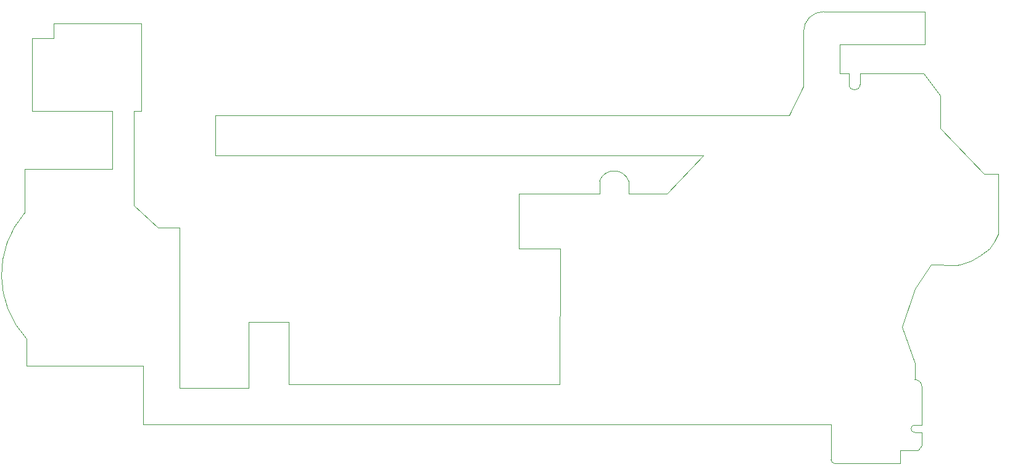
<source format=gbr>
%TF.GenerationSoftware,KiCad,Pcbnew,7.0.5*%
%TF.CreationDate,2023-06-28T16:16:01+01:00*%
%TF.ProjectId,buttonsSuper,62757474-6f6e-4735-9375-7065722e6b69,rev?*%
%TF.SameCoordinates,Original*%
%TF.FileFunction,Profile,NP*%
%FSLAX46Y46*%
G04 Gerber Fmt 4.6, Leading zero omitted, Abs format (unit mm)*
G04 Created by KiCad (PCBNEW 7.0.5) date 2023-06-28 16:16:01*
%MOMM*%
%LPD*%
G01*
G04 APERTURE LIST*
%TA.AperFunction,Profile*%
%ADD10C,0.100000*%
%TD*%
%TA.AperFunction,Profile*%
%ADD11C,0.120000*%
%TD*%
G04 APERTURE END LIST*
D10*
X146875000Y-137250000D02*
X109750000Y-137250000D01*
X146950000Y-118624746D02*
X146875000Y-137250000D01*
X109750000Y-137250000D02*
X109750000Y-131250000D01*
X104250000Y-137750000D02*
X94750000Y-137750000D01*
X91750000Y-115750000D02*
X88500000Y-112750000D01*
X104250000Y-131250000D02*
X104250000Y-137750000D01*
X94750000Y-115750000D02*
X91750000Y-115750000D01*
X88500000Y-112750000D02*
X88500000Y-107750000D01*
X94750000Y-137750000D02*
X94750000Y-115750000D01*
X102125000Y-105875000D02*
X107000000Y-105875000D01*
X85500000Y-99750000D02*
X85500000Y-100750000D01*
X73500001Y-113750001D02*
G75*
G03*
X73735774Y-131013102I9749999J-8499999D01*
G01*
X196875000Y-94625000D02*
X199125000Y-97625000D01*
X199125000Y-102125000D02*
X205125000Y-108375000D01*
X89750000Y-142750000D02*
X109750000Y-142750000D01*
X195625000Y-143875000D02*
X196625000Y-143875000D01*
X195625000Y-136375000D02*
X195625000Y-136625000D01*
X186874085Y-90625000D02*
X185375000Y-90625000D01*
X178375000Y-100375000D02*
X171874771Y-100375000D01*
X146950000Y-111125253D02*
X152375000Y-111125000D01*
X196625000Y-145625000D02*
X196125000Y-146375000D01*
X185375000Y-94625000D02*
X186625000Y-94625000D01*
X89500000Y-87750000D02*
X77500000Y-87750000D01*
X109750000Y-142750000D02*
X184125000Y-142750000D01*
X207125000Y-108375000D02*
X207125000Y-116625000D01*
X171874771Y-100375000D02*
X102125000Y-100375000D01*
X73735773Y-131013103D02*
X73750000Y-134750000D01*
X188125000Y-96125000D02*
X188125000Y-94625000D01*
X85500000Y-100750000D02*
X85500000Y-107750000D01*
X180375000Y-96375000D02*
X180375000Y-88875000D01*
X184125000Y-146375000D02*
X184125000Y-142750000D01*
X206625000Y-117625000D02*
X205875000Y-118625000D01*
X73500000Y-107750000D02*
X85500000Y-107750000D01*
X196625000Y-137625000D02*
X196625000Y-142875000D01*
X199125000Y-97625000D02*
X199125000Y-102125000D01*
X162125000Y-105875000D02*
X166625000Y-105875000D01*
X197875000Y-120875000D02*
X201375000Y-120940072D01*
X184125000Y-146375000D02*
X184125000Y-147625000D01*
X196125000Y-146375000D02*
X193625000Y-146375000D01*
X188125000Y-94625000D02*
X196875000Y-94625000D01*
X196625000Y-143875000D02*
X196625000Y-145625000D01*
X185375000Y-90625000D02*
X185375000Y-94625000D01*
X166625000Y-105875000D02*
X161625000Y-111125000D01*
X77500000Y-87750000D02*
X77500000Y-89750000D01*
X183125000Y-86125000D02*
G75*
G03*
X180375000Y-88875000I0J-2750000D01*
G01*
X156374999Y-109375000D02*
G75*
G03*
X152375001Y-109375000I-1999999J-750000D01*
G01*
X152375000Y-109375000D02*
X152375000Y-111125000D01*
X205125000Y-108375000D02*
X207125000Y-108375000D01*
X156375000Y-111125000D02*
X156375000Y-109375000D01*
X107000000Y-105875000D02*
X162125000Y-105875000D01*
X186625000Y-96125000D02*
G75*
G03*
X188125000Y-96125000I750000J0D01*
G01*
X186625000Y-94625000D02*
X186625000Y-96125000D01*
X201875000Y-120875000D02*
X201375000Y-120940072D01*
X195625000Y-124125000D02*
X197875000Y-120875000D01*
X73500000Y-113750000D02*
X73500000Y-107750000D01*
X193625000Y-148125000D02*
X184625000Y-148125000D01*
X161625000Y-111125000D02*
X156375000Y-111125000D01*
X186875000Y-86125000D02*
X183125000Y-86125000D01*
X193625000Y-146375000D02*
X193625000Y-148125000D01*
X184125000Y-147625000D02*
G75*
G03*
X184625000Y-148125000I500000J0D01*
G01*
X195625000Y-142875000D02*
G75*
G03*
X195625000Y-143875000I0J-500000D01*
G01*
X205875000Y-118625000D02*
X204625000Y-119625000D01*
X195625000Y-134375000D02*
X195625000Y-136375000D01*
X178375000Y-100375000D02*
X180375000Y-96375000D01*
X196625000Y-137625000D02*
G75*
G03*
X195625000Y-136625000I-1000000J0D01*
G01*
X77500000Y-89750000D02*
X74500000Y-89750000D01*
X193875000Y-129375000D02*
X195625000Y-134375000D01*
X89500000Y-99750000D02*
X89500000Y-87750000D01*
X193875000Y-129375000D02*
X195625000Y-124125000D01*
X74500000Y-99750000D02*
X85500000Y-99750000D01*
X204625000Y-119625000D02*
X203375000Y-120375000D01*
X196625000Y-142875000D02*
X195625000Y-142875000D01*
X89750000Y-142750000D02*
X89750000Y-134750000D01*
X73750000Y-134750000D02*
X89750000Y-134750000D01*
X88500000Y-99750000D02*
X88500000Y-107750000D01*
X207125000Y-116625000D02*
X206625000Y-117625000D01*
X203375000Y-120375000D02*
X201875000Y-120875000D01*
X74500000Y-89750000D02*
X74500000Y-99750000D01*
X88500000Y-99750000D02*
X89500000Y-99750000D01*
D11*
%TO.C,C2*%
X186875000Y-86125000D02*
X197055000Y-86125000D01*
X197055000Y-86125000D02*
X197054085Y-90625000D01*
X186874085Y-90625000D02*
X197054085Y-90625000D01*
%TO.C,C3*%
X99625000Y-105625000D02*
X99625000Y-100625000D01*
X99625000Y-100375000D02*
X102125000Y-100375000D01*
X99625000Y-105625000D02*
X99625000Y-105875000D01*
X99625000Y-105875000D02*
X102125000Y-105875000D01*
X99625000Y-100625000D02*
X99625000Y-100375000D01*
%TO.C,C1*%
X104500000Y-128750000D02*
X109500000Y-128750000D01*
X109750000Y-128750000D02*
X109750000Y-131250000D01*
X104500000Y-128750000D02*
X104250000Y-128750000D01*
X104250000Y-128750000D02*
X104250000Y-131250000D01*
X109500000Y-128750000D02*
X109750000Y-128750000D01*
X146950000Y-118624746D02*
X141270000Y-118624746D01*
X141270000Y-118625253D02*
X141270915Y-111125253D01*
X146950000Y-111125253D02*
X141270915Y-111125253D01*
%TD*%
M02*

</source>
